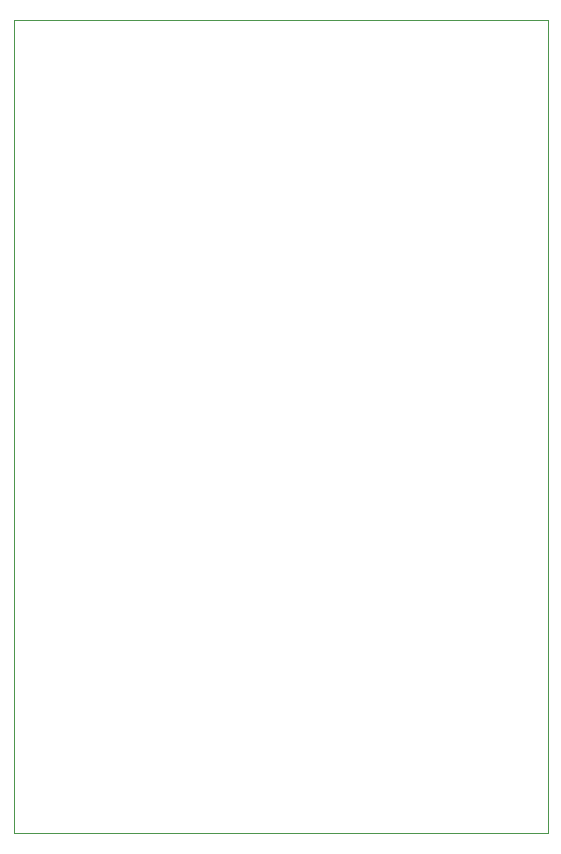
<source format=gm1>
G04 #@! TF.GenerationSoftware,KiCad,Pcbnew,8.0.8*
G04 #@! TF.CreationDate,2025-03-22T13:31:19+00:00*
G04 #@! TF.ProjectId,ESP32adapt_PCB03,45535033-3261-4646-9170-745f50434230,rev?*
G04 #@! TF.SameCoordinates,Original*
G04 #@! TF.FileFunction,Profile,NP*
%FSLAX46Y46*%
G04 Gerber Fmt 4.6, Leading zero omitted, Abs format (unit mm)*
G04 Created by KiCad (PCBNEW 8.0.8) date 2025-03-22 13:31:19*
%MOMM*%
%LPD*%
G01*
G04 APERTURE LIST*
G04 #@! TA.AperFunction,Profile*
%ADD10C,0.050000*%
G04 #@! TD*
G04 APERTURE END LIST*
D10*
X29464000Y-83312000D02*
X74676000Y-83312000D01*
X29464000Y-152146000D02*
X29464000Y-83312000D01*
X74676000Y-152146000D02*
X29464000Y-152146000D01*
X74676000Y-83312000D02*
X74676000Y-152146000D01*
M02*

</source>
